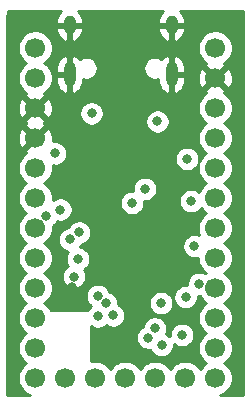
<source format=gbr>
G04 #@! TF.GenerationSoftware,KiCad,Pcbnew,5.1.5+dfsg1-2build2*
G04 #@! TF.CreationDate,2020-11-29T01:09:51-05:00*
G04 #@! TF.ProjectId,goldfish,676f6c64-6669-4736-982e-6b696361645f,rev?*
G04 #@! TF.SameCoordinates,Original*
G04 #@! TF.FileFunction,Copper,L3,Inr*
G04 #@! TF.FilePolarity,Positive*
%FSLAX46Y46*%
G04 Gerber Fmt 4.6, Leading zero omitted, Abs format (unit mm)*
G04 Created by KiCad (PCBNEW 5.1.5+dfsg1-2build2) date 2020-11-29 01:09:51*
%MOMM*%
%LPD*%
G04 APERTURE LIST*
%ADD10C,1.700000*%
%ADD11O,1.000000X2.100000*%
%ADD12O,1.000000X1.600000*%
%ADD13C,0.800000*%
%ADD14C,0.254000*%
G04 APERTURE END LIST*
D10*
X37620000Y-55240000D03*
X37620000Y-52700000D03*
X37620000Y-50160000D03*
X37620000Y-47620000D03*
X37620000Y-45080000D03*
X37620000Y-42540000D03*
X37620000Y-40000000D03*
X37620000Y-37460000D03*
X37620000Y-34920000D03*
X37620000Y-32380000D03*
X37620000Y-29840000D03*
X37620000Y-27300000D03*
D11*
X33920000Y-29540000D03*
X25280000Y-29540000D03*
D12*
X33920000Y-25360000D03*
X25280000Y-25360000D03*
D10*
X22380000Y-27300000D03*
X22380000Y-29840000D03*
X22380000Y-32380000D03*
X22380000Y-34920000D03*
X22380000Y-37460000D03*
X22380000Y-40000000D03*
X22380000Y-42540000D03*
X22380000Y-45080000D03*
X22380000Y-47620000D03*
X22380000Y-50160000D03*
X22380000Y-52700000D03*
X22380000Y-55240000D03*
X24920000Y-55250000D03*
X27460000Y-55250000D03*
X30000000Y-55250000D03*
X32540000Y-55250000D03*
X35080000Y-55250000D03*
D13*
X31550000Y-43140000D03*
X29780000Y-43120000D03*
X32580000Y-44110000D03*
X33490000Y-45010000D03*
X30540000Y-42460000D03*
X30880000Y-46020000D03*
X29840000Y-45150000D03*
X28850000Y-44120000D03*
X28030000Y-45040000D03*
X28850000Y-45910000D03*
X29750000Y-46880000D03*
X30670000Y-47750000D03*
X30730000Y-44130000D03*
X31620000Y-44980000D03*
X32530000Y-45940000D03*
X31580000Y-46840000D03*
X31050000Y-36591600D03*
X28500000Y-53230000D03*
X34410000Y-39130000D03*
X33620000Y-38360000D03*
X26070000Y-48030000D03*
X30920000Y-51070000D03*
X27510000Y-40100000D03*
X25500000Y-47570000D03*
X35856400Y-44078900D03*
X31660200Y-39230200D03*
X35230000Y-36680000D03*
X24060000Y-36220000D03*
X32504900Y-51033457D03*
X25647919Y-46654865D03*
X27150000Y-32828100D03*
X32709800Y-33523300D03*
X34822800Y-51586000D03*
X36262954Y-47274677D03*
X25310000Y-43510002D03*
X26001034Y-45165366D03*
X26094400Y-42916800D03*
X35566400Y-40267900D03*
X24500200Y-40981400D03*
X27681100Y-50020500D03*
X28974800Y-49948700D03*
X28386700Y-48918700D03*
X27688500Y-48279500D03*
X33036000Y-48901400D03*
X35110000Y-48390000D03*
X31929700Y-51828900D03*
X23318300Y-41511500D03*
X30577300Y-40402800D03*
X33075900Y-52463000D03*
D14*
G36*
X24406839Y-24323831D02*
G01*
X24279997Y-24508322D01*
X24191585Y-24714013D01*
X24145000Y-24933000D01*
X24145000Y-25233000D01*
X25153000Y-25233000D01*
X25153000Y-25213000D01*
X25407000Y-25213000D01*
X25407000Y-25233000D01*
X26415000Y-25233000D01*
X26415000Y-24933000D01*
X26368415Y-24714013D01*
X26280003Y-24508322D01*
X26153161Y-24323831D01*
X26000331Y-24175000D01*
X33199669Y-24175000D01*
X33046839Y-24323831D01*
X32919997Y-24508322D01*
X32831585Y-24714013D01*
X32785000Y-24933000D01*
X32785000Y-25233000D01*
X33793000Y-25233000D01*
X33793000Y-25213000D01*
X34047000Y-25213000D01*
X34047000Y-25233000D01*
X35055000Y-25233000D01*
X35055000Y-24933000D01*
X35008415Y-24714013D01*
X34920003Y-24508322D01*
X34793161Y-24323831D01*
X34640331Y-24175000D01*
X39985000Y-24175000D01*
X39985001Y-56665000D01*
X38060237Y-56665000D01*
X38323411Y-56555990D01*
X38566632Y-56393475D01*
X38773475Y-56186632D01*
X38935990Y-55943411D01*
X39047932Y-55673158D01*
X39105000Y-55386260D01*
X39105000Y-55093740D01*
X39047932Y-54806842D01*
X38935990Y-54536589D01*
X38773475Y-54293368D01*
X38566632Y-54086525D01*
X38392240Y-53970000D01*
X38566632Y-53853475D01*
X38773475Y-53646632D01*
X38935990Y-53403411D01*
X39047932Y-53133158D01*
X39105000Y-52846260D01*
X39105000Y-52553740D01*
X39047932Y-52266842D01*
X38935990Y-51996589D01*
X38773475Y-51753368D01*
X38566632Y-51546525D01*
X38392240Y-51430000D01*
X38566632Y-51313475D01*
X38773475Y-51106632D01*
X38935990Y-50863411D01*
X39047932Y-50593158D01*
X39105000Y-50306260D01*
X39105000Y-50013740D01*
X39047932Y-49726842D01*
X38935990Y-49456589D01*
X38773475Y-49213368D01*
X38566632Y-49006525D01*
X38392240Y-48890000D01*
X38566632Y-48773475D01*
X38773475Y-48566632D01*
X38935990Y-48323411D01*
X39047932Y-48053158D01*
X39105000Y-47766260D01*
X39105000Y-47473740D01*
X39047932Y-47186842D01*
X38935990Y-46916589D01*
X38773475Y-46673368D01*
X38566632Y-46466525D01*
X38392240Y-46350000D01*
X38566632Y-46233475D01*
X38773475Y-46026632D01*
X38935990Y-45783411D01*
X39047932Y-45513158D01*
X39105000Y-45226260D01*
X39105000Y-44933740D01*
X39047932Y-44646842D01*
X38935990Y-44376589D01*
X38773475Y-44133368D01*
X38566632Y-43926525D01*
X38392240Y-43810000D01*
X38566632Y-43693475D01*
X38773475Y-43486632D01*
X38935990Y-43243411D01*
X39047932Y-42973158D01*
X39105000Y-42686260D01*
X39105000Y-42393740D01*
X39047932Y-42106842D01*
X38935990Y-41836589D01*
X38773475Y-41593368D01*
X38566632Y-41386525D01*
X38392240Y-41270000D01*
X38566632Y-41153475D01*
X38773475Y-40946632D01*
X38935990Y-40703411D01*
X39047932Y-40433158D01*
X39105000Y-40146260D01*
X39105000Y-39853740D01*
X39047932Y-39566842D01*
X38935990Y-39296589D01*
X38773475Y-39053368D01*
X38566632Y-38846525D01*
X38392240Y-38730000D01*
X38566632Y-38613475D01*
X38773475Y-38406632D01*
X38935990Y-38163411D01*
X39047932Y-37893158D01*
X39105000Y-37606260D01*
X39105000Y-37313740D01*
X39047932Y-37026842D01*
X38935990Y-36756589D01*
X38773475Y-36513368D01*
X38566632Y-36306525D01*
X38392240Y-36190000D01*
X38566632Y-36073475D01*
X38773475Y-35866632D01*
X38935990Y-35623411D01*
X39047932Y-35353158D01*
X39105000Y-35066260D01*
X39105000Y-34773740D01*
X39047932Y-34486842D01*
X38935990Y-34216589D01*
X38773475Y-33973368D01*
X38566632Y-33766525D01*
X38392240Y-33650000D01*
X38566632Y-33533475D01*
X38773475Y-33326632D01*
X38935990Y-33083411D01*
X39047932Y-32813158D01*
X39105000Y-32526260D01*
X39105000Y-32233740D01*
X39047932Y-31946842D01*
X38935990Y-31676589D01*
X38773475Y-31433368D01*
X38566632Y-31226525D01*
X38393271Y-31110689D01*
X38468792Y-30868397D01*
X37620000Y-30019605D01*
X36771208Y-30868397D01*
X36846729Y-31110689D01*
X36673368Y-31226525D01*
X36466525Y-31433368D01*
X36304010Y-31676589D01*
X36192068Y-31946842D01*
X36135000Y-32233740D01*
X36135000Y-32526260D01*
X36192068Y-32813158D01*
X36304010Y-33083411D01*
X36466525Y-33326632D01*
X36673368Y-33533475D01*
X36847760Y-33650000D01*
X36673368Y-33766525D01*
X36466525Y-33973368D01*
X36304010Y-34216589D01*
X36192068Y-34486842D01*
X36135000Y-34773740D01*
X36135000Y-35066260D01*
X36192068Y-35353158D01*
X36304010Y-35623411D01*
X36466525Y-35866632D01*
X36673368Y-36073475D01*
X36847760Y-36190000D01*
X36673368Y-36306525D01*
X36466525Y-36513368D01*
X36304010Y-36756589D01*
X36238661Y-36914357D01*
X36265000Y-36781939D01*
X36265000Y-36578061D01*
X36225226Y-36378102D01*
X36147205Y-36189744D01*
X36033937Y-36020226D01*
X35889774Y-35876063D01*
X35720256Y-35762795D01*
X35531898Y-35684774D01*
X35331939Y-35645000D01*
X35128061Y-35645000D01*
X34928102Y-35684774D01*
X34739744Y-35762795D01*
X34570226Y-35876063D01*
X34426063Y-36020226D01*
X34312795Y-36189744D01*
X34234774Y-36378102D01*
X34195000Y-36578061D01*
X34195000Y-36781939D01*
X34234774Y-36981898D01*
X34312795Y-37170256D01*
X34426063Y-37339774D01*
X34570226Y-37483937D01*
X34739744Y-37597205D01*
X34928102Y-37675226D01*
X35128061Y-37715000D01*
X35331939Y-37715000D01*
X35531898Y-37675226D01*
X35720256Y-37597205D01*
X35889774Y-37483937D01*
X36033937Y-37339774D01*
X36147205Y-37170256D01*
X36178633Y-37094382D01*
X36135000Y-37313740D01*
X36135000Y-37606260D01*
X36192068Y-37893158D01*
X36304010Y-38163411D01*
X36466525Y-38406632D01*
X36673368Y-38613475D01*
X36847760Y-38730000D01*
X36673368Y-38846525D01*
X36466525Y-39053368D01*
X36304010Y-39296589D01*
X36232190Y-39469979D01*
X36226174Y-39463963D01*
X36056656Y-39350695D01*
X35868298Y-39272674D01*
X35668339Y-39232900D01*
X35464461Y-39232900D01*
X35264502Y-39272674D01*
X35076144Y-39350695D01*
X34906626Y-39463963D01*
X34762463Y-39608126D01*
X34649195Y-39777644D01*
X34571174Y-39966002D01*
X34531400Y-40165961D01*
X34531400Y-40369839D01*
X34571174Y-40569798D01*
X34649195Y-40758156D01*
X34762463Y-40927674D01*
X34906626Y-41071837D01*
X35076144Y-41185105D01*
X35264502Y-41263126D01*
X35464461Y-41302900D01*
X35668339Y-41302900D01*
X35868298Y-41263126D01*
X36056656Y-41185105D01*
X36226174Y-41071837D01*
X36370337Y-40927674D01*
X36412097Y-40865175D01*
X36466525Y-40946632D01*
X36673368Y-41153475D01*
X36847760Y-41270000D01*
X36673368Y-41386525D01*
X36466525Y-41593368D01*
X36304010Y-41836589D01*
X36192068Y-42106842D01*
X36135000Y-42393740D01*
X36135000Y-42686260D01*
X36192068Y-42973158D01*
X36254320Y-43123448D01*
X36158298Y-43083674D01*
X35958339Y-43043900D01*
X35754461Y-43043900D01*
X35554502Y-43083674D01*
X35366144Y-43161695D01*
X35196626Y-43274963D01*
X35052463Y-43419126D01*
X34939195Y-43588644D01*
X34861174Y-43777002D01*
X34821400Y-43976961D01*
X34821400Y-44180839D01*
X34861174Y-44380798D01*
X34939195Y-44569156D01*
X35052463Y-44738674D01*
X35196626Y-44882837D01*
X35366144Y-44996105D01*
X35554502Y-45074126D01*
X35754461Y-45113900D01*
X35958339Y-45113900D01*
X36135000Y-45078760D01*
X36135000Y-45226260D01*
X36192068Y-45513158D01*
X36304010Y-45783411D01*
X36466525Y-46026632D01*
X36673368Y-46233475D01*
X36847760Y-46350000D01*
X36794894Y-46385324D01*
X36753210Y-46357472D01*
X36564852Y-46279451D01*
X36364893Y-46239677D01*
X36161015Y-46239677D01*
X35961056Y-46279451D01*
X35772698Y-46357472D01*
X35603180Y-46470740D01*
X35459017Y-46614903D01*
X35345749Y-46784421D01*
X35267728Y-46972779D01*
X35227954Y-47172738D01*
X35227954Y-47358186D01*
X35211939Y-47355000D01*
X35008061Y-47355000D01*
X34808102Y-47394774D01*
X34619744Y-47472795D01*
X34450226Y-47586063D01*
X34306063Y-47730226D01*
X34192795Y-47899744D01*
X34114774Y-48088102D01*
X34075000Y-48288061D01*
X34075000Y-48491939D01*
X34114774Y-48691898D01*
X34192795Y-48880256D01*
X34306063Y-49049774D01*
X34450226Y-49193937D01*
X34619744Y-49307205D01*
X34808102Y-49385226D01*
X35008061Y-49425000D01*
X35211939Y-49425000D01*
X35411898Y-49385226D01*
X35600256Y-49307205D01*
X35769774Y-49193937D01*
X35913937Y-49049774D01*
X36027205Y-48880256D01*
X36105226Y-48691898D01*
X36145000Y-48491939D01*
X36145000Y-48306491D01*
X36161015Y-48309677D01*
X36298321Y-48309677D01*
X36304010Y-48323411D01*
X36466525Y-48566632D01*
X36673368Y-48773475D01*
X36847760Y-48890000D01*
X36673368Y-49006525D01*
X36466525Y-49213368D01*
X36304010Y-49456589D01*
X36192068Y-49726842D01*
X36135000Y-50013740D01*
X36135000Y-50306260D01*
X36192068Y-50593158D01*
X36304010Y-50863411D01*
X36466525Y-51106632D01*
X36673368Y-51313475D01*
X36847760Y-51430000D01*
X36673368Y-51546525D01*
X36466525Y-51753368D01*
X36304010Y-51996589D01*
X36192068Y-52266842D01*
X36135000Y-52553740D01*
X36135000Y-52846260D01*
X36192068Y-53133158D01*
X36304010Y-53403411D01*
X36466525Y-53646632D01*
X36673368Y-53853475D01*
X36847760Y-53970000D01*
X36673368Y-54086525D01*
X36466525Y-54293368D01*
X36346659Y-54472760D01*
X36233475Y-54303368D01*
X36026632Y-54096525D01*
X35783411Y-53934010D01*
X35513158Y-53822068D01*
X35226260Y-53765000D01*
X34933740Y-53765000D01*
X34646842Y-53822068D01*
X34376589Y-53934010D01*
X34133368Y-54096525D01*
X33926525Y-54303368D01*
X33810000Y-54477760D01*
X33693475Y-54303368D01*
X33486632Y-54096525D01*
X33243411Y-53934010D01*
X32973158Y-53822068D01*
X32686260Y-53765000D01*
X32393740Y-53765000D01*
X32106842Y-53822068D01*
X31836589Y-53934010D01*
X31593368Y-54096525D01*
X31386525Y-54303368D01*
X31270000Y-54477760D01*
X31153475Y-54303368D01*
X30946632Y-54096525D01*
X30703411Y-53934010D01*
X30433158Y-53822068D01*
X30146260Y-53765000D01*
X29853740Y-53765000D01*
X29566842Y-53822068D01*
X29296589Y-53934010D01*
X29053368Y-54096525D01*
X28846525Y-54303368D01*
X28730000Y-54477760D01*
X28613475Y-54303368D01*
X28406632Y-54096525D01*
X28163411Y-53934010D01*
X27893158Y-53822068D01*
X27606260Y-53765000D01*
X27313740Y-53765000D01*
X27069304Y-53813622D01*
X27077333Y-53798601D01*
X27084560Y-53774776D01*
X27087000Y-53750000D01*
X27087000Y-51726961D01*
X30894700Y-51726961D01*
X30894700Y-51930839D01*
X30934474Y-52130798D01*
X31012495Y-52319156D01*
X31125763Y-52488674D01*
X31269926Y-52632837D01*
X31439444Y-52746105D01*
X31627802Y-52824126D01*
X31827761Y-52863900D01*
X32031639Y-52863900D01*
X32114828Y-52847353D01*
X32158695Y-52953256D01*
X32271963Y-53122774D01*
X32416126Y-53266937D01*
X32585644Y-53380205D01*
X32774002Y-53458226D01*
X32973961Y-53498000D01*
X33177839Y-53498000D01*
X33377798Y-53458226D01*
X33566156Y-53380205D01*
X33735674Y-53266937D01*
X33879837Y-53122774D01*
X33993105Y-52953256D01*
X34071126Y-52764898D01*
X34110900Y-52564939D01*
X34110900Y-52361061D01*
X34105127Y-52332038D01*
X34163026Y-52389937D01*
X34332544Y-52503205D01*
X34520902Y-52581226D01*
X34720861Y-52621000D01*
X34924739Y-52621000D01*
X35124698Y-52581226D01*
X35313056Y-52503205D01*
X35482574Y-52389937D01*
X35626737Y-52245774D01*
X35740005Y-52076256D01*
X35818026Y-51887898D01*
X35857800Y-51687939D01*
X35857800Y-51484061D01*
X35818026Y-51284102D01*
X35740005Y-51095744D01*
X35626737Y-50926226D01*
X35482574Y-50782063D01*
X35313056Y-50668795D01*
X35124698Y-50590774D01*
X34924739Y-50551000D01*
X34720861Y-50551000D01*
X34520902Y-50590774D01*
X34332544Y-50668795D01*
X34163026Y-50782063D01*
X34018863Y-50926226D01*
X33905595Y-51095744D01*
X33827574Y-51284102D01*
X33787800Y-51484061D01*
X33787800Y-51687939D01*
X33793573Y-51716962D01*
X33735674Y-51659063D01*
X33566156Y-51545795D01*
X33435394Y-51491631D01*
X33500126Y-51335355D01*
X33539900Y-51135396D01*
X33539900Y-50931518D01*
X33500126Y-50731559D01*
X33422105Y-50543201D01*
X33308837Y-50373683D01*
X33164674Y-50229520D01*
X32995156Y-50116252D01*
X32806798Y-50038231D01*
X32606839Y-49998457D01*
X32402961Y-49998457D01*
X32203002Y-50038231D01*
X32014644Y-50116252D01*
X31845126Y-50229520D01*
X31700963Y-50373683D01*
X31587695Y-50543201D01*
X31509674Y-50731559D01*
X31476932Y-50896167D01*
X31439444Y-50911695D01*
X31269926Y-51024963D01*
X31125763Y-51169126D01*
X31012495Y-51338644D01*
X30934474Y-51527002D01*
X30894700Y-51726961D01*
X27087000Y-51726961D01*
X27087000Y-50868319D01*
X27190844Y-50937705D01*
X27379202Y-51015726D01*
X27579161Y-51055500D01*
X27783039Y-51055500D01*
X27982998Y-51015726D01*
X28171356Y-50937705D01*
X28340874Y-50824437D01*
X28373562Y-50791749D01*
X28484544Y-50865905D01*
X28672902Y-50943926D01*
X28872861Y-50983700D01*
X29076739Y-50983700D01*
X29276698Y-50943926D01*
X29465056Y-50865905D01*
X29634574Y-50752637D01*
X29778737Y-50608474D01*
X29892005Y-50438956D01*
X29970026Y-50250598D01*
X30009800Y-50050639D01*
X30009800Y-49846761D01*
X29970026Y-49646802D01*
X29892005Y-49458444D01*
X29778737Y-49288926D01*
X29634574Y-49144763D01*
X29465056Y-49031495D01*
X29421700Y-49013536D01*
X29421700Y-48816761D01*
X29418259Y-48799461D01*
X32001000Y-48799461D01*
X32001000Y-49003339D01*
X32040774Y-49203298D01*
X32118795Y-49391656D01*
X32232063Y-49561174D01*
X32376226Y-49705337D01*
X32545744Y-49818605D01*
X32734102Y-49896626D01*
X32934061Y-49936400D01*
X33137939Y-49936400D01*
X33337898Y-49896626D01*
X33526256Y-49818605D01*
X33695774Y-49705337D01*
X33839937Y-49561174D01*
X33953205Y-49391656D01*
X34031226Y-49203298D01*
X34071000Y-49003339D01*
X34071000Y-48799461D01*
X34031226Y-48599502D01*
X33953205Y-48411144D01*
X33839937Y-48241626D01*
X33695774Y-48097463D01*
X33526256Y-47984195D01*
X33337898Y-47906174D01*
X33137939Y-47866400D01*
X32934061Y-47866400D01*
X32734102Y-47906174D01*
X32545744Y-47984195D01*
X32376226Y-48097463D01*
X32232063Y-48241626D01*
X32118795Y-48411144D01*
X32040774Y-48599502D01*
X32001000Y-48799461D01*
X29418259Y-48799461D01*
X29381926Y-48616802D01*
X29303905Y-48428444D01*
X29190637Y-48258926D01*
X29046474Y-48114763D01*
X28876956Y-48001495D01*
X28688598Y-47923474D01*
X28658855Y-47917558D01*
X28605705Y-47789244D01*
X28492437Y-47619726D01*
X28348274Y-47475563D01*
X28178756Y-47362295D01*
X27990398Y-47284274D01*
X27790439Y-47244500D01*
X27586561Y-47244500D01*
X27386602Y-47284274D01*
X27198244Y-47362295D01*
X27028726Y-47475563D01*
X26884563Y-47619726D01*
X26771295Y-47789244D01*
X26693274Y-47977602D01*
X26653500Y-48177561D01*
X26653500Y-48381439D01*
X26693274Y-48581398D01*
X26771295Y-48769756D01*
X26884563Y-48939274D01*
X27028726Y-49083437D01*
X27124645Y-49147528D01*
X27021326Y-49216563D01*
X26877163Y-49360726D01*
X26775417Y-49513000D01*
X23719356Y-49513000D01*
X23695990Y-49456589D01*
X23533475Y-49213368D01*
X23326632Y-49006525D01*
X23152240Y-48890000D01*
X23326632Y-48773475D01*
X23533475Y-48566632D01*
X23695990Y-48323411D01*
X23807932Y-48053158D01*
X23865000Y-47766260D01*
X23865000Y-47473740D01*
X23807932Y-47186842D01*
X23695990Y-46916589D01*
X23533475Y-46673368D01*
X23326632Y-46466525D01*
X23152240Y-46350000D01*
X23326632Y-46233475D01*
X23533475Y-46026632D01*
X23695990Y-45783411D01*
X23807932Y-45513158D01*
X23865000Y-45226260D01*
X23865000Y-44933740D01*
X23807932Y-44646842D01*
X23695990Y-44376589D01*
X23533475Y-44133368D01*
X23326632Y-43926525D01*
X23152240Y-43810000D01*
X23326632Y-43693475D01*
X23533475Y-43486632D01*
X23585973Y-43408063D01*
X24275000Y-43408063D01*
X24275000Y-43611941D01*
X24314774Y-43811900D01*
X24392795Y-44000258D01*
X24506063Y-44169776D01*
X24650226Y-44313939D01*
X24819744Y-44427207D01*
X25008102Y-44505228D01*
X25175140Y-44538454D01*
X25083829Y-44675110D01*
X25005808Y-44863468D01*
X24966034Y-45063427D01*
X24966034Y-45267305D01*
X25005808Y-45467264D01*
X25083829Y-45655622D01*
X25144515Y-45746445D01*
X24988145Y-45850928D01*
X24843982Y-45995091D01*
X24730714Y-46164609D01*
X24652693Y-46352967D01*
X24612919Y-46552926D01*
X24612919Y-46756804D01*
X24652693Y-46956763D01*
X24730714Y-47145121D01*
X24843982Y-47314639D01*
X24988145Y-47458802D01*
X25157663Y-47572070D01*
X25346021Y-47650091D01*
X25545980Y-47689865D01*
X25749858Y-47689865D01*
X25949817Y-47650091D01*
X26138175Y-47572070D01*
X26307693Y-47458802D01*
X26451856Y-47314639D01*
X26565124Y-47145121D01*
X26643145Y-46956763D01*
X26682919Y-46756804D01*
X26682919Y-46552926D01*
X26643145Y-46352967D01*
X26565124Y-46164609D01*
X26504438Y-46073786D01*
X26660808Y-45969303D01*
X26804971Y-45825140D01*
X26918239Y-45655622D01*
X26996260Y-45467264D01*
X27036034Y-45267305D01*
X27036034Y-45063427D01*
X26996260Y-44863468D01*
X26918239Y-44675110D01*
X26804971Y-44505592D01*
X26660808Y-44361429D01*
X26491290Y-44248161D01*
X26302932Y-44170140D01*
X26135894Y-44136914D01*
X26227205Y-44000258D01*
X26251851Y-43940758D01*
X26396298Y-43912026D01*
X26584656Y-43834005D01*
X26754174Y-43720737D01*
X26898337Y-43576574D01*
X27011605Y-43407056D01*
X27089626Y-43218698D01*
X27129400Y-43018739D01*
X27129400Y-42814861D01*
X27089626Y-42614902D01*
X27011605Y-42426544D01*
X26898337Y-42257026D01*
X26754174Y-42112863D01*
X26584656Y-41999595D01*
X26396298Y-41921574D01*
X26196339Y-41881800D01*
X25992461Y-41881800D01*
X25792502Y-41921574D01*
X25604144Y-41999595D01*
X25434626Y-42112863D01*
X25290463Y-42257026D01*
X25177195Y-42426544D01*
X25152549Y-42486044D01*
X25008102Y-42514776D01*
X24819744Y-42592797D01*
X24650226Y-42706065D01*
X24506063Y-42850228D01*
X24392795Y-43019746D01*
X24314774Y-43208104D01*
X24275000Y-43408063D01*
X23585973Y-43408063D01*
X23695990Y-43243411D01*
X23807932Y-42973158D01*
X23865000Y-42686260D01*
X23865000Y-42393740D01*
X23864517Y-42391313D01*
X23978074Y-42315437D01*
X24122237Y-42171274D01*
X24235505Y-42001756D01*
X24242290Y-41985376D01*
X24398261Y-42016400D01*
X24602139Y-42016400D01*
X24802098Y-41976626D01*
X24990456Y-41898605D01*
X25159974Y-41785337D01*
X25304137Y-41641174D01*
X25417405Y-41471656D01*
X25495426Y-41283298D01*
X25535200Y-41083339D01*
X25535200Y-40879461D01*
X25495426Y-40679502D01*
X25417405Y-40491144D01*
X25304137Y-40321626D01*
X25283372Y-40300861D01*
X29542300Y-40300861D01*
X29542300Y-40504739D01*
X29582074Y-40704698D01*
X29660095Y-40893056D01*
X29773363Y-41062574D01*
X29917526Y-41206737D01*
X30087044Y-41320005D01*
X30275402Y-41398026D01*
X30475361Y-41437800D01*
X30679239Y-41437800D01*
X30879198Y-41398026D01*
X31067556Y-41320005D01*
X31237074Y-41206737D01*
X31381237Y-41062574D01*
X31494505Y-40893056D01*
X31572526Y-40704698D01*
X31612300Y-40504739D01*
X31612300Y-40300861D01*
X31605207Y-40265200D01*
X31762139Y-40265200D01*
X31962098Y-40225426D01*
X32150456Y-40147405D01*
X32319974Y-40034137D01*
X32464137Y-39889974D01*
X32577405Y-39720456D01*
X32655426Y-39532098D01*
X32695200Y-39332139D01*
X32695200Y-39128261D01*
X32655426Y-38928302D01*
X32577405Y-38739944D01*
X32464137Y-38570426D01*
X32319974Y-38426263D01*
X32150456Y-38312995D01*
X31962098Y-38234974D01*
X31762139Y-38195200D01*
X31558261Y-38195200D01*
X31358302Y-38234974D01*
X31169944Y-38312995D01*
X31000426Y-38426263D01*
X30856263Y-38570426D01*
X30742995Y-38739944D01*
X30664974Y-38928302D01*
X30625200Y-39128261D01*
X30625200Y-39332139D01*
X30632293Y-39367800D01*
X30475361Y-39367800D01*
X30275402Y-39407574D01*
X30087044Y-39485595D01*
X29917526Y-39598863D01*
X29773363Y-39743026D01*
X29660095Y-39912544D01*
X29582074Y-40100902D01*
X29542300Y-40300861D01*
X25283372Y-40300861D01*
X25159974Y-40177463D01*
X24990456Y-40064195D01*
X24802098Y-39986174D01*
X24602139Y-39946400D01*
X24398261Y-39946400D01*
X24198302Y-39986174D01*
X24009944Y-40064195D01*
X23861609Y-40163309D01*
X23865000Y-40146260D01*
X23865000Y-39853740D01*
X23807932Y-39566842D01*
X23695990Y-39296589D01*
X23533475Y-39053368D01*
X23326632Y-38846525D01*
X23152240Y-38730000D01*
X23326632Y-38613475D01*
X23533475Y-38406632D01*
X23695990Y-38163411D01*
X23807932Y-37893158D01*
X23865000Y-37606260D01*
X23865000Y-37313740D01*
X23849001Y-37233307D01*
X23958061Y-37255000D01*
X24161939Y-37255000D01*
X24361898Y-37215226D01*
X24550256Y-37137205D01*
X24719774Y-37023937D01*
X24863937Y-36879774D01*
X24977205Y-36710256D01*
X25055226Y-36521898D01*
X25095000Y-36321939D01*
X25095000Y-36118061D01*
X25055226Y-35918102D01*
X24977205Y-35729744D01*
X24863937Y-35560226D01*
X24719774Y-35416063D01*
X24550256Y-35302795D01*
X24361898Y-35224774D01*
X24161939Y-35185000D01*
X23958061Y-35185000D01*
X23838807Y-35208721D01*
X23855339Y-35143589D01*
X23870611Y-34851469D01*
X23828599Y-34561981D01*
X23730919Y-34286253D01*
X23657472Y-34148843D01*
X23408397Y-34071208D01*
X22559605Y-34920000D01*
X22573748Y-34934143D01*
X22394143Y-35113748D01*
X22380000Y-35099605D01*
X21531208Y-35948397D01*
X21606729Y-36190689D01*
X21433368Y-36306525D01*
X21226525Y-36513368D01*
X21064010Y-36756589D01*
X20952068Y-37026842D01*
X20895000Y-37313740D01*
X20895000Y-37606260D01*
X20952068Y-37893158D01*
X21064010Y-38163411D01*
X21226525Y-38406632D01*
X21433368Y-38613475D01*
X21607760Y-38730000D01*
X21433368Y-38846525D01*
X21226525Y-39053368D01*
X21064010Y-39296589D01*
X20952068Y-39566842D01*
X20895000Y-39853740D01*
X20895000Y-40146260D01*
X20952068Y-40433158D01*
X21064010Y-40703411D01*
X21226525Y-40946632D01*
X21433368Y-41153475D01*
X21607760Y-41270000D01*
X21433368Y-41386525D01*
X21226525Y-41593368D01*
X21064010Y-41836589D01*
X20952068Y-42106842D01*
X20895000Y-42393740D01*
X20895000Y-42686260D01*
X20952068Y-42973158D01*
X21064010Y-43243411D01*
X21226525Y-43486632D01*
X21433368Y-43693475D01*
X21607760Y-43810000D01*
X21433368Y-43926525D01*
X21226525Y-44133368D01*
X21064010Y-44376589D01*
X20952068Y-44646842D01*
X20895000Y-44933740D01*
X20895000Y-45226260D01*
X20952068Y-45513158D01*
X21064010Y-45783411D01*
X21226525Y-46026632D01*
X21433368Y-46233475D01*
X21607760Y-46350000D01*
X21433368Y-46466525D01*
X21226525Y-46673368D01*
X21064010Y-46916589D01*
X20952068Y-47186842D01*
X20895000Y-47473740D01*
X20895000Y-47766260D01*
X20952068Y-48053158D01*
X21064010Y-48323411D01*
X21226525Y-48566632D01*
X21433368Y-48773475D01*
X21607760Y-48890000D01*
X21433368Y-49006525D01*
X21226525Y-49213368D01*
X21064010Y-49456589D01*
X20952068Y-49726842D01*
X20895000Y-50013740D01*
X20895000Y-50306260D01*
X20952068Y-50593158D01*
X21064010Y-50863411D01*
X21226525Y-51106632D01*
X21433368Y-51313475D01*
X21607760Y-51430000D01*
X21433368Y-51546525D01*
X21226525Y-51753368D01*
X21064010Y-51996589D01*
X20952068Y-52266842D01*
X20895000Y-52553740D01*
X20895000Y-52846260D01*
X20952068Y-53133158D01*
X21064010Y-53403411D01*
X21226525Y-53646632D01*
X21433368Y-53853475D01*
X21607760Y-53970000D01*
X21433368Y-54086525D01*
X21226525Y-54293368D01*
X21064010Y-54536589D01*
X20952068Y-54806842D01*
X20895000Y-55093740D01*
X20895000Y-55386260D01*
X20952068Y-55673158D01*
X21064010Y-55943411D01*
X21226525Y-56186632D01*
X21433368Y-56393475D01*
X21676589Y-56555990D01*
X21939763Y-56665000D01*
X20025000Y-56665000D01*
X20025000Y-34988531D01*
X20889389Y-34988531D01*
X20931401Y-35278019D01*
X21029081Y-35553747D01*
X21102528Y-35691157D01*
X21351603Y-35768792D01*
X22200395Y-34920000D01*
X21351603Y-34071208D01*
X21102528Y-34148843D01*
X20976629Y-34412883D01*
X20904661Y-34696411D01*
X20889389Y-34988531D01*
X20025000Y-34988531D01*
X20025000Y-33408397D01*
X21531208Y-33408397D01*
X21606514Y-33650000D01*
X21531208Y-33891603D01*
X22380000Y-34740395D01*
X23228792Y-33891603D01*
X23153486Y-33650000D01*
X23228792Y-33408397D01*
X22380000Y-32559605D01*
X21531208Y-33408397D01*
X20025000Y-33408397D01*
X20025000Y-32448531D01*
X20889389Y-32448531D01*
X20931401Y-32738019D01*
X21029081Y-33013747D01*
X21102528Y-33151157D01*
X21351603Y-33228792D01*
X22200395Y-32380000D01*
X22559605Y-32380000D01*
X23408397Y-33228792D01*
X23657472Y-33151157D01*
X23783371Y-32887117D01*
X23824226Y-32726161D01*
X26115000Y-32726161D01*
X26115000Y-32930039D01*
X26154774Y-33129998D01*
X26232795Y-33318356D01*
X26346063Y-33487874D01*
X26490226Y-33632037D01*
X26659744Y-33745305D01*
X26848102Y-33823326D01*
X27048061Y-33863100D01*
X27251939Y-33863100D01*
X27451898Y-33823326D01*
X27640256Y-33745305D01*
X27809774Y-33632037D01*
X27953937Y-33487874D01*
X27998379Y-33421361D01*
X31674800Y-33421361D01*
X31674800Y-33625239D01*
X31714574Y-33825198D01*
X31792595Y-34013556D01*
X31905863Y-34183074D01*
X32050026Y-34327237D01*
X32219544Y-34440505D01*
X32407902Y-34518526D01*
X32607861Y-34558300D01*
X32811739Y-34558300D01*
X33011698Y-34518526D01*
X33200056Y-34440505D01*
X33369574Y-34327237D01*
X33513737Y-34183074D01*
X33627005Y-34013556D01*
X33705026Y-33825198D01*
X33744800Y-33625239D01*
X33744800Y-33421361D01*
X33705026Y-33221402D01*
X33627005Y-33033044D01*
X33513737Y-32863526D01*
X33369574Y-32719363D01*
X33200056Y-32606095D01*
X33011698Y-32528074D01*
X32811739Y-32488300D01*
X32607861Y-32488300D01*
X32407902Y-32528074D01*
X32219544Y-32606095D01*
X32050026Y-32719363D01*
X31905863Y-32863526D01*
X31792595Y-33033044D01*
X31714574Y-33221402D01*
X31674800Y-33421361D01*
X27998379Y-33421361D01*
X28067205Y-33318356D01*
X28145226Y-33129998D01*
X28185000Y-32930039D01*
X28185000Y-32726161D01*
X28145226Y-32526202D01*
X28067205Y-32337844D01*
X27953937Y-32168326D01*
X27809774Y-32024163D01*
X27640256Y-31910895D01*
X27451898Y-31832874D01*
X27251939Y-31793100D01*
X27048061Y-31793100D01*
X26848102Y-31832874D01*
X26659744Y-31910895D01*
X26490226Y-32024163D01*
X26346063Y-32168326D01*
X26232795Y-32337844D01*
X26154774Y-32526202D01*
X26115000Y-32726161D01*
X23824226Y-32726161D01*
X23855339Y-32603589D01*
X23870611Y-32311469D01*
X23828599Y-32021981D01*
X23730919Y-31746253D01*
X23657472Y-31608843D01*
X23408397Y-31531208D01*
X22559605Y-32380000D01*
X22200395Y-32380000D01*
X21351603Y-31531208D01*
X21102528Y-31608843D01*
X20976629Y-31872883D01*
X20904661Y-32156411D01*
X20889389Y-32448531D01*
X20025000Y-32448531D01*
X20025000Y-27153740D01*
X20895000Y-27153740D01*
X20895000Y-27446260D01*
X20952068Y-27733158D01*
X21064010Y-28003411D01*
X21226525Y-28246632D01*
X21433368Y-28453475D01*
X21607760Y-28570000D01*
X21433368Y-28686525D01*
X21226525Y-28893368D01*
X21064010Y-29136589D01*
X20952068Y-29406842D01*
X20895000Y-29693740D01*
X20895000Y-29986260D01*
X20952068Y-30273158D01*
X21064010Y-30543411D01*
X21226525Y-30786632D01*
X21433368Y-30993475D01*
X21606729Y-31109311D01*
X21531208Y-31351603D01*
X22380000Y-32200395D01*
X23228792Y-31351603D01*
X23153271Y-31109311D01*
X23326632Y-30993475D01*
X23533475Y-30786632D01*
X23695990Y-30543411D01*
X23807932Y-30273158D01*
X23865000Y-29986260D01*
X23865000Y-29693740D01*
X23859682Y-29667000D01*
X24145000Y-29667000D01*
X24145000Y-30217000D01*
X24191585Y-30435987D01*
X24279997Y-30641678D01*
X24406839Y-30826169D01*
X24567236Y-30982369D01*
X24755024Y-31104276D01*
X24978126Y-31184119D01*
X25153000Y-31057954D01*
X25153000Y-29667000D01*
X24145000Y-29667000D01*
X23859682Y-29667000D01*
X23807932Y-29406842D01*
X23695990Y-29136589D01*
X23533475Y-28893368D01*
X23503107Y-28863000D01*
X24145000Y-28863000D01*
X24145000Y-29413000D01*
X25153000Y-29413000D01*
X25153000Y-28022046D01*
X25407000Y-28022046D01*
X25407000Y-29413000D01*
X25427000Y-29413000D01*
X25427000Y-29667000D01*
X25407000Y-29667000D01*
X25407000Y-31057954D01*
X25581874Y-31184119D01*
X25804976Y-31104276D01*
X25992764Y-30982369D01*
X26153161Y-30826169D01*
X26280003Y-30641678D01*
X26368415Y-30435987D01*
X26415000Y-30217000D01*
X26415000Y-29926904D01*
X26429978Y-29933108D01*
X26615448Y-29970000D01*
X26804552Y-29970000D01*
X26990022Y-29933108D01*
X27164731Y-29860741D01*
X27321964Y-29755681D01*
X27455681Y-29621964D01*
X27560741Y-29464731D01*
X27633108Y-29290022D01*
X27670000Y-29104552D01*
X27670000Y-28915448D01*
X31530000Y-28915448D01*
X31530000Y-29104552D01*
X31566892Y-29290022D01*
X31639259Y-29464731D01*
X31744319Y-29621964D01*
X31878036Y-29755681D01*
X32035269Y-29860741D01*
X32209978Y-29933108D01*
X32395448Y-29970000D01*
X32584552Y-29970000D01*
X32770022Y-29933108D01*
X32785000Y-29926904D01*
X32785000Y-30217000D01*
X32831585Y-30435987D01*
X32919997Y-30641678D01*
X33046839Y-30826169D01*
X33207236Y-30982369D01*
X33395024Y-31104276D01*
X33618126Y-31184119D01*
X33793000Y-31057954D01*
X33793000Y-29667000D01*
X34047000Y-29667000D01*
X34047000Y-31057954D01*
X34221874Y-31184119D01*
X34444976Y-31104276D01*
X34632764Y-30982369D01*
X34793161Y-30826169D01*
X34920003Y-30641678D01*
X35008415Y-30435987D01*
X35055000Y-30217000D01*
X35055000Y-29908531D01*
X36129389Y-29908531D01*
X36171401Y-30198019D01*
X36269081Y-30473747D01*
X36342528Y-30611157D01*
X36591603Y-30688792D01*
X37440395Y-29840000D01*
X37799605Y-29840000D01*
X38648397Y-30688792D01*
X38897472Y-30611157D01*
X39023371Y-30347117D01*
X39095339Y-30063589D01*
X39110611Y-29771469D01*
X39068599Y-29481981D01*
X38970919Y-29206253D01*
X38897472Y-29068843D01*
X38648397Y-28991208D01*
X37799605Y-29840000D01*
X37440395Y-29840000D01*
X36591603Y-28991208D01*
X36342528Y-29068843D01*
X36216629Y-29332883D01*
X36144661Y-29616411D01*
X36129389Y-29908531D01*
X35055000Y-29908531D01*
X35055000Y-29667000D01*
X34047000Y-29667000D01*
X33793000Y-29667000D01*
X33773000Y-29667000D01*
X33773000Y-29413000D01*
X33793000Y-29413000D01*
X33793000Y-28022046D01*
X34047000Y-28022046D01*
X34047000Y-29413000D01*
X35055000Y-29413000D01*
X35055000Y-28863000D01*
X35008415Y-28644013D01*
X34920003Y-28438322D01*
X34793161Y-28253831D01*
X34632764Y-28097631D01*
X34444976Y-27975724D01*
X34221874Y-27895881D01*
X34047000Y-28022046D01*
X33793000Y-28022046D01*
X33618126Y-27895881D01*
X33395024Y-27975724D01*
X33207236Y-28097631D01*
X33062884Y-28238206D01*
X32944731Y-28159259D01*
X32770022Y-28086892D01*
X32584552Y-28050000D01*
X32395448Y-28050000D01*
X32209978Y-28086892D01*
X32035269Y-28159259D01*
X31878036Y-28264319D01*
X31744319Y-28398036D01*
X31639259Y-28555269D01*
X31566892Y-28729978D01*
X31530000Y-28915448D01*
X27670000Y-28915448D01*
X27633108Y-28729978D01*
X27560741Y-28555269D01*
X27455681Y-28398036D01*
X27321964Y-28264319D01*
X27164731Y-28159259D01*
X26990022Y-28086892D01*
X26804552Y-28050000D01*
X26615448Y-28050000D01*
X26429978Y-28086892D01*
X26255269Y-28159259D01*
X26137116Y-28238206D01*
X25992764Y-28097631D01*
X25804976Y-27975724D01*
X25581874Y-27895881D01*
X25407000Y-28022046D01*
X25153000Y-28022046D01*
X24978126Y-27895881D01*
X24755024Y-27975724D01*
X24567236Y-28097631D01*
X24406839Y-28253831D01*
X24279997Y-28438322D01*
X24191585Y-28644013D01*
X24145000Y-28863000D01*
X23503107Y-28863000D01*
X23326632Y-28686525D01*
X23152240Y-28570000D01*
X23326632Y-28453475D01*
X23533475Y-28246632D01*
X23695990Y-28003411D01*
X23807932Y-27733158D01*
X23865000Y-27446260D01*
X23865000Y-27153740D01*
X36135000Y-27153740D01*
X36135000Y-27446260D01*
X36192068Y-27733158D01*
X36304010Y-28003411D01*
X36466525Y-28246632D01*
X36673368Y-28453475D01*
X36846729Y-28569311D01*
X36771208Y-28811603D01*
X37620000Y-29660395D01*
X38468792Y-28811603D01*
X38393271Y-28569311D01*
X38566632Y-28453475D01*
X38773475Y-28246632D01*
X38935990Y-28003411D01*
X39047932Y-27733158D01*
X39105000Y-27446260D01*
X39105000Y-27153740D01*
X39047932Y-26866842D01*
X38935990Y-26596589D01*
X38773475Y-26353368D01*
X38566632Y-26146525D01*
X38323411Y-25984010D01*
X38053158Y-25872068D01*
X37766260Y-25815000D01*
X37473740Y-25815000D01*
X37186842Y-25872068D01*
X36916589Y-25984010D01*
X36673368Y-26146525D01*
X36466525Y-26353368D01*
X36304010Y-26596589D01*
X36192068Y-26866842D01*
X36135000Y-27153740D01*
X23865000Y-27153740D01*
X23807932Y-26866842D01*
X23695990Y-26596589D01*
X23533475Y-26353368D01*
X23326632Y-26146525D01*
X23083411Y-25984010D01*
X22813158Y-25872068D01*
X22526260Y-25815000D01*
X22233740Y-25815000D01*
X21946842Y-25872068D01*
X21676589Y-25984010D01*
X21433368Y-26146525D01*
X21226525Y-26353368D01*
X21064010Y-26596589D01*
X20952068Y-26866842D01*
X20895000Y-27153740D01*
X20025000Y-27153740D01*
X20025000Y-25487000D01*
X24145000Y-25487000D01*
X24145000Y-25787000D01*
X24191585Y-26005987D01*
X24279997Y-26211678D01*
X24406839Y-26396169D01*
X24567236Y-26552369D01*
X24755024Y-26674276D01*
X24978126Y-26754119D01*
X25153000Y-26627954D01*
X25153000Y-25487000D01*
X25407000Y-25487000D01*
X25407000Y-26627954D01*
X25581874Y-26754119D01*
X25804976Y-26674276D01*
X25992764Y-26552369D01*
X26153161Y-26396169D01*
X26280003Y-26211678D01*
X26368415Y-26005987D01*
X26415000Y-25787000D01*
X26415000Y-25487000D01*
X32785000Y-25487000D01*
X32785000Y-25787000D01*
X32831585Y-26005987D01*
X32919997Y-26211678D01*
X33046839Y-26396169D01*
X33207236Y-26552369D01*
X33395024Y-26674276D01*
X33618126Y-26754119D01*
X33793000Y-26627954D01*
X33793000Y-25487000D01*
X34047000Y-25487000D01*
X34047000Y-26627954D01*
X34221874Y-26754119D01*
X34444976Y-26674276D01*
X34632764Y-26552369D01*
X34793161Y-26396169D01*
X34920003Y-26211678D01*
X35008415Y-26005987D01*
X35055000Y-25787000D01*
X35055000Y-25487000D01*
X34047000Y-25487000D01*
X33793000Y-25487000D01*
X32785000Y-25487000D01*
X26415000Y-25487000D01*
X25407000Y-25487000D01*
X25153000Y-25487000D01*
X24145000Y-25487000D01*
X20025000Y-25487000D01*
X20025000Y-24876023D01*
X20031236Y-24175000D01*
X24559669Y-24175000D01*
X24406839Y-24323831D01*
G37*
X24406839Y-24323831D02*
X24279997Y-24508322D01*
X24191585Y-24714013D01*
X24145000Y-24933000D01*
X24145000Y-25233000D01*
X25153000Y-25233000D01*
X25153000Y-25213000D01*
X25407000Y-25213000D01*
X25407000Y-25233000D01*
X26415000Y-25233000D01*
X26415000Y-24933000D01*
X26368415Y-24714013D01*
X26280003Y-24508322D01*
X26153161Y-24323831D01*
X26000331Y-24175000D01*
X33199669Y-24175000D01*
X33046839Y-24323831D01*
X32919997Y-24508322D01*
X32831585Y-24714013D01*
X32785000Y-24933000D01*
X32785000Y-25233000D01*
X33793000Y-25233000D01*
X33793000Y-25213000D01*
X34047000Y-25213000D01*
X34047000Y-25233000D01*
X35055000Y-25233000D01*
X35055000Y-24933000D01*
X35008415Y-24714013D01*
X34920003Y-24508322D01*
X34793161Y-24323831D01*
X34640331Y-24175000D01*
X39985000Y-24175000D01*
X39985001Y-56665000D01*
X38060237Y-56665000D01*
X38323411Y-56555990D01*
X38566632Y-56393475D01*
X38773475Y-56186632D01*
X38935990Y-55943411D01*
X39047932Y-55673158D01*
X39105000Y-55386260D01*
X39105000Y-55093740D01*
X39047932Y-54806842D01*
X38935990Y-54536589D01*
X38773475Y-54293368D01*
X38566632Y-54086525D01*
X38392240Y-53970000D01*
X38566632Y-53853475D01*
X38773475Y-53646632D01*
X38935990Y-53403411D01*
X39047932Y-53133158D01*
X39105000Y-52846260D01*
X39105000Y-52553740D01*
X39047932Y-52266842D01*
X38935990Y-51996589D01*
X38773475Y-51753368D01*
X38566632Y-51546525D01*
X38392240Y-51430000D01*
X38566632Y-51313475D01*
X38773475Y-51106632D01*
X38935990Y-50863411D01*
X39047932Y-50593158D01*
X39105000Y-50306260D01*
X39105000Y-50013740D01*
X39047932Y-49726842D01*
X38935990Y-49456589D01*
X38773475Y-49213368D01*
X38566632Y-49006525D01*
X38392240Y-48890000D01*
X38566632Y-48773475D01*
X38773475Y-48566632D01*
X38935990Y-48323411D01*
X39047932Y-48053158D01*
X39105000Y-47766260D01*
X39105000Y-47473740D01*
X39047932Y-47186842D01*
X38935990Y-46916589D01*
X38773475Y-46673368D01*
X38566632Y-46466525D01*
X38392240Y-46350000D01*
X38566632Y-46233475D01*
X38773475Y-46026632D01*
X38935990Y-45783411D01*
X39047932Y-45513158D01*
X39105000Y-45226260D01*
X39105000Y-44933740D01*
X39047932Y-44646842D01*
X38935990Y-44376589D01*
X38773475Y-44133368D01*
X38566632Y-43926525D01*
X38392240Y-43810000D01*
X38566632Y-43693475D01*
X38773475Y-43486632D01*
X38935990Y-43243411D01*
X39047932Y-42973158D01*
X39105000Y-42686260D01*
X39105000Y-42393740D01*
X39047932Y-42106842D01*
X38935990Y-41836589D01*
X38773475Y-41593368D01*
X38566632Y-41386525D01*
X38392240Y-41270000D01*
X38566632Y-41153475D01*
X38773475Y-40946632D01*
X38935990Y-40703411D01*
X39047932Y-40433158D01*
X39105000Y-40146260D01*
X39105000Y-39853740D01*
X39047932Y-39566842D01*
X38935990Y-39296589D01*
X38773475Y-39053368D01*
X38566632Y-38846525D01*
X38392240Y-38730000D01*
X38566632Y-38613475D01*
X38773475Y-38406632D01*
X38935990Y-38163411D01*
X39047932Y-37893158D01*
X39105000Y-37606260D01*
X39105000Y-37313740D01*
X39047932Y-37026842D01*
X38935990Y-36756589D01*
X38773475Y-36513368D01*
X38566632Y-36306525D01*
X38392240Y-36190000D01*
X38566632Y-36073475D01*
X38773475Y-35866632D01*
X38935990Y-35623411D01*
X39047932Y-35353158D01*
X39105000Y-35066260D01*
X39105000Y-34773740D01*
X39047932Y-34486842D01*
X38935990Y-34216589D01*
X38773475Y-33973368D01*
X38566632Y-33766525D01*
X38392240Y-33650000D01*
X38566632Y-33533475D01*
X38773475Y-33326632D01*
X38935990Y-33083411D01*
X39047932Y-32813158D01*
X39105000Y-32526260D01*
X39105000Y-32233740D01*
X39047932Y-31946842D01*
X38935990Y-31676589D01*
X38773475Y-31433368D01*
X38566632Y-31226525D01*
X38393271Y-31110689D01*
X38468792Y-30868397D01*
X37620000Y-30019605D01*
X36771208Y-30868397D01*
X36846729Y-31110689D01*
X36673368Y-31226525D01*
X36466525Y-31433368D01*
X36304010Y-31676589D01*
X36192068Y-31946842D01*
X36135000Y-32233740D01*
X36135000Y-32526260D01*
X36192068Y-32813158D01*
X36304010Y-33083411D01*
X36466525Y-33326632D01*
X36673368Y-33533475D01*
X36847760Y-33650000D01*
X36673368Y-33766525D01*
X36466525Y-33973368D01*
X36304010Y-34216589D01*
X36192068Y-34486842D01*
X36135000Y-34773740D01*
X36135000Y-35066260D01*
X36192068Y-35353158D01*
X36304010Y-35623411D01*
X36466525Y-35866632D01*
X36673368Y-36073475D01*
X36847760Y-36190000D01*
X36673368Y-36306525D01*
X36466525Y-36513368D01*
X36304010Y-36756589D01*
X36238661Y-36914357D01*
X36265000Y-36781939D01*
X36265000Y-36578061D01*
X36225226Y-36378102D01*
X36147205Y-36189744D01*
X36033937Y-36020226D01*
X35889774Y-35876063D01*
X35720256Y-35762795D01*
X35531898Y-35684774D01*
X35331939Y-35645000D01*
X35128061Y-35645000D01*
X34928102Y-35684774D01*
X34739744Y-35762795D01*
X34570226Y-35876063D01*
X34426063Y-36020226D01*
X34312795Y-36189744D01*
X34234774Y-36378102D01*
X34195000Y-36578061D01*
X34195000Y-36781939D01*
X34234774Y-36981898D01*
X34312795Y-37170256D01*
X34426063Y-37339774D01*
X34570226Y-37483937D01*
X34739744Y-37597205D01*
X34928102Y-37675226D01*
X35128061Y-37715000D01*
X35331939Y-37715000D01*
X35531898Y-37675226D01*
X35720256Y-37597205D01*
X35889774Y-37483937D01*
X36033937Y-37339774D01*
X36147205Y-37170256D01*
X36178633Y-37094382D01*
X36135000Y-37313740D01*
X36135000Y-37606260D01*
X36192068Y-37893158D01*
X36304010Y-38163411D01*
X36466525Y-38406632D01*
X36673368Y-38613475D01*
X36847760Y-38730000D01*
X36673368Y-38846525D01*
X36466525Y-39053368D01*
X36304010Y-39296589D01*
X36232190Y-39469979D01*
X36226174Y-39463963D01*
X36056656Y-39350695D01*
X35868298Y-39272674D01*
X35668339Y-39232900D01*
X35464461Y-39232900D01*
X35264502Y-39272674D01*
X35076144Y-39350695D01*
X34906626Y-39463963D01*
X34762463Y-39608126D01*
X34649195Y-39777644D01*
X34571174Y-39966002D01*
X34531400Y-40165961D01*
X34531400Y-40369839D01*
X34571174Y-40569798D01*
X34649195Y-40758156D01*
X34762463Y-40927674D01*
X34906626Y-41071837D01*
X35076144Y-41185105D01*
X35264502Y-41263126D01*
X35464461Y-41302900D01*
X35668339Y-41302900D01*
X35868298Y-41263126D01*
X36056656Y-41185105D01*
X36226174Y-41071837D01*
X36370337Y-40927674D01*
X36412097Y-40865175D01*
X36466525Y-40946632D01*
X36673368Y-41153475D01*
X36847760Y-41270000D01*
X36673368Y-41386525D01*
X36466525Y-41593368D01*
X36304010Y-41836589D01*
X36192068Y-42106842D01*
X36135000Y-42393740D01*
X36135000Y-42686260D01*
X36192068Y-42973158D01*
X36254320Y-43123448D01*
X36158298Y-43083674D01*
X35958339Y-43043900D01*
X35754461Y-43043900D01*
X35554502Y-43083674D01*
X35366144Y-43161695D01*
X35196626Y-43274963D01*
X35052463Y-43419126D01*
X34939195Y-43588644D01*
X34861174Y-43777002D01*
X34821400Y-43976961D01*
X34821400Y-44180839D01*
X34861174Y-44380798D01*
X34939195Y-44569156D01*
X35052463Y-44738674D01*
X35196626Y-44882837D01*
X35366144Y-44996105D01*
X35554502Y-45074126D01*
X35754461Y-45113900D01*
X35958339Y-45113900D01*
X36135000Y-45078760D01*
X36135000Y-45226260D01*
X36192068Y-45513158D01*
X36304010Y-45783411D01*
X36466525Y-46026632D01*
X36673368Y-46233475D01*
X36847760Y-46350000D01*
X36794894Y-46385324D01*
X36753210Y-46357472D01*
X36564852Y-46279451D01*
X36364893Y-46239677D01*
X36161015Y-46239677D01*
X35961056Y-46279451D01*
X35772698Y-46357472D01*
X35603180Y-46470740D01*
X35459017Y-46614903D01*
X35345749Y-46784421D01*
X35267728Y-46972779D01*
X35227954Y-47172738D01*
X35227954Y-47358186D01*
X35211939Y-47355000D01*
X35008061Y-47355000D01*
X34808102Y-47394774D01*
X34619744Y-47472795D01*
X34450226Y-47586063D01*
X34306063Y-47730226D01*
X34192795Y-47899744D01*
X34114774Y-48088102D01*
X34075000Y-48288061D01*
X34075000Y-48491939D01*
X34114774Y-48691898D01*
X34192795Y-48880256D01*
X34306063Y-49049774D01*
X34450226Y-49193937D01*
X34619744Y-49307205D01*
X34808102Y-49385226D01*
X35008061Y-49425000D01*
X35211939Y-49425000D01*
X35411898Y-49385226D01*
X35600256Y-49307205D01*
X35769774Y-49193937D01*
X35913937Y-49049774D01*
X36027205Y-48880256D01*
X36105226Y-48691898D01*
X36145000Y-48491939D01*
X36145000Y-48306491D01*
X36161015Y-48309677D01*
X36298321Y-48309677D01*
X36304010Y-48323411D01*
X36466525Y-48566632D01*
X36673368Y-48773475D01*
X36847760Y-48890000D01*
X36673368Y-49006525D01*
X36466525Y-49213368D01*
X36304010Y-49456589D01*
X36192068Y-49726842D01*
X36135000Y-50013740D01*
X36135000Y-50306260D01*
X36192068Y-50593158D01*
X36304010Y-50863411D01*
X36466525Y-51106632D01*
X36673368Y-51313475D01*
X36847760Y-51430000D01*
X36673368Y-51546525D01*
X36466525Y-51753368D01*
X36304010Y-51996589D01*
X36192068Y-52266842D01*
X36135000Y-52553740D01*
X36135000Y-52846260D01*
X36192068Y-53133158D01*
X36304010Y-53403411D01*
X36466525Y-53646632D01*
X36673368Y-53853475D01*
X36847760Y-53970000D01*
X36673368Y-54086525D01*
X36466525Y-54293368D01*
X36346659Y-54472760D01*
X36233475Y-54303368D01*
X36026632Y-54096525D01*
X35783411Y-53934010D01*
X35513158Y-53822068D01*
X35226260Y-53765000D01*
X34933740Y-53765000D01*
X34646842Y-53822068D01*
X34376589Y-53934010D01*
X34133368Y-54096525D01*
X33926525Y-54303368D01*
X33810000Y-54477760D01*
X33693475Y-54303368D01*
X33486632Y-54096525D01*
X33243411Y-53934010D01*
X32973158Y-53822068D01*
X32686260Y-53765000D01*
X32393740Y-53765000D01*
X32106842Y-53822068D01*
X31836589Y-53934010D01*
X31593368Y-54096525D01*
X31386525Y-54303368D01*
X31270000Y-54477760D01*
X31153475Y-54303368D01*
X30946632Y-54096525D01*
X30703411Y-53934010D01*
X30433158Y-53822068D01*
X30146260Y-53765000D01*
X29853740Y-53765000D01*
X29566842Y-53822068D01*
X29296589Y-53934010D01*
X29053368Y-54096525D01*
X28846525Y-54303368D01*
X28730000Y-54477760D01*
X28613475Y-54303368D01*
X28406632Y-54096525D01*
X28163411Y-53934010D01*
X27893158Y-53822068D01*
X27606260Y-53765000D01*
X27313740Y-53765000D01*
X27069304Y-53813622D01*
X27077333Y-53798601D01*
X27084560Y-53774776D01*
X27087000Y-53750000D01*
X27087000Y-51726961D01*
X30894700Y-51726961D01*
X30894700Y-51930839D01*
X30934474Y-52130798D01*
X31012495Y-52319156D01*
X31125763Y-52488674D01*
X31269926Y-52632837D01*
X31439444Y-52746105D01*
X31627802Y-52824126D01*
X31827761Y-52863900D01*
X32031639Y-52863900D01*
X32114828Y-52847353D01*
X32158695Y-52953256D01*
X32271963Y-53122774D01*
X32416126Y-53266937D01*
X32585644Y-53380205D01*
X32774002Y-53458226D01*
X32973961Y-53498000D01*
X33177839Y-53498000D01*
X33377798Y-53458226D01*
X33566156Y-53380205D01*
X33735674Y-53266937D01*
X33879837Y-53122774D01*
X33993105Y-52953256D01*
X34071126Y-52764898D01*
X34110900Y-52564939D01*
X34110900Y-52361061D01*
X34105127Y-52332038D01*
X34163026Y-52389937D01*
X34332544Y-52503205D01*
X34520902Y-52581226D01*
X34720861Y-52621000D01*
X34924739Y-52621000D01*
X35124698Y-52581226D01*
X35313056Y-52503205D01*
X35482574Y-52389937D01*
X35626737Y-52245774D01*
X35740005Y-52076256D01*
X35818026Y-51887898D01*
X35857800Y-51687939D01*
X35857800Y-51484061D01*
X35818026Y-51284102D01*
X35740005Y-51095744D01*
X35626737Y-50926226D01*
X35482574Y-50782063D01*
X35313056Y-50668795D01*
X35124698Y-50590774D01*
X34924739Y-50551000D01*
X34720861Y-50551000D01*
X34520902Y-50590774D01*
X34332544Y-50668795D01*
X34163026Y-50782063D01*
X34018863Y-50926226D01*
X33905595Y-51095744D01*
X33827574Y-51284102D01*
X33787800Y-51484061D01*
X33787800Y-51687939D01*
X33793573Y-51716962D01*
X33735674Y-51659063D01*
X33566156Y-51545795D01*
X33435394Y-51491631D01*
X33500126Y-51335355D01*
X33539900Y-51135396D01*
X33539900Y-50931518D01*
X33500126Y-50731559D01*
X33422105Y-50543201D01*
X33308837Y-50373683D01*
X33164674Y-50229520D01*
X32995156Y-50116252D01*
X32806798Y-50038231D01*
X32606839Y-49998457D01*
X32402961Y-49998457D01*
X32203002Y-50038231D01*
X32014644Y-50116252D01*
X31845126Y-50229520D01*
X31700963Y-50373683D01*
X31587695Y-50543201D01*
X31509674Y-50731559D01*
X31476932Y-50896167D01*
X31439444Y-50911695D01*
X31269926Y-51024963D01*
X31125763Y-51169126D01*
X31012495Y-51338644D01*
X30934474Y-51527002D01*
X30894700Y-51726961D01*
X27087000Y-51726961D01*
X27087000Y-50868319D01*
X27190844Y-50937705D01*
X27379202Y-51015726D01*
X27579161Y-51055500D01*
X27783039Y-51055500D01*
X27982998Y-51015726D01*
X28171356Y-50937705D01*
X28340874Y-50824437D01*
X28373562Y-50791749D01*
X28484544Y-50865905D01*
X28672902Y-50943926D01*
X28872861Y-50983700D01*
X29076739Y-50983700D01*
X29276698Y-50943926D01*
X29465056Y-50865905D01*
X29634574Y-50752637D01*
X29778737Y-50608474D01*
X29892005Y-50438956D01*
X29970026Y-50250598D01*
X30009800Y-50050639D01*
X30009800Y-49846761D01*
X29970026Y-49646802D01*
X29892005Y-49458444D01*
X29778737Y-49288926D01*
X29634574Y-49144763D01*
X29465056Y-49031495D01*
X29421700Y-49013536D01*
X29421700Y-48816761D01*
X29418259Y-48799461D01*
X32001000Y-48799461D01*
X32001000Y-49003339D01*
X32040774Y-49203298D01*
X32118795Y-49391656D01*
X32232063Y-49561174D01*
X32376226Y-49705337D01*
X32545744Y-49818605D01*
X32734102Y-49896626D01*
X32934061Y-49936400D01*
X33137939Y-49936400D01*
X33337898Y-49896626D01*
X33526256Y-49818605D01*
X33695774Y-49705337D01*
X33839937Y-49561174D01*
X33953205Y-49391656D01*
X34031226Y-49203298D01*
X34071000Y-49003339D01*
X34071000Y-48799461D01*
X34031226Y-48599502D01*
X33953205Y-48411144D01*
X33839937Y-48241626D01*
X33695774Y-48097463D01*
X33526256Y-47984195D01*
X33337898Y-47906174D01*
X33137939Y-47866400D01*
X32934061Y-47866400D01*
X32734102Y-47906174D01*
X32545744Y-47984195D01*
X32376226Y-48097463D01*
X32232063Y-48241626D01*
X32118795Y-48411144D01*
X32040774Y-48599502D01*
X32001000Y-48799461D01*
X29418259Y-48799461D01*
X29381926Y-48616802D01*
X29303905Y-48428444D01*
X29190637Y-48258926D01*
X29046474Y-48114763D01*
X28876956Y-48001495D01*
X28688598Y-47923474D01*
X28658855Y-47917558D01*
X28605705Y-47789244D01*
X28492437Y-47619726D01*
X28348274Y-47475563D01*
X28178756Y-47362295D01*
X27990398Y-47284274D01*
X27790439Y-47244500D01*
X27586561Y-47244500D01*
X27386602Y-47284274D01*
X27198244Y-47362295D01*
X27028726Y-47475563D01*
X26884563Y-47619726D01*
X26771295Y-47789244D01*
X26693274Y-47977602D01*
X26653500Y-48177561D01*
X26653500Y-48381439D01*
X26693274Y-48581398D01*
X26771295Y-48769756D01*
X26884563Y-48939274D01*
X27028726Y-49083437D01*
X27124645Y-49147528D01*
X27021326Y-49216563D01*
X26877163Y-49360726D01*
X26775417Y-49513000D01*
X23719356Y-49513000D01*
X23695990Y-49456589D01*
X23533475Y-49213368D01*
X23326632Y-49006525D01*
X23152240Y-48890000D01*
X23326632Y-48773475D01*
X23533475Y-48566632D01*
X23695990Y-48323411D01*
X23807932Y-48053158D01*
X23865000Y-47766260D01*
X23865000Y-47473740D01*
X23807932Y-47186842D01*
X23695990Y-46916589D01*
X23533475Y-46673368D01*
X23326632Y-46466525D01*
X23152240Y-46350000D01*
X23326632Y-46233475D01*
X23533475Y-46026632D01*
X23695990Y-45783411D01*
X23807932Y-45513158D01*
X23865000Y-45226260D01*
X23865000Y-44933740D01*
X23807932Y-44646842D01*
X23695990Y-44376589D01*
X23533475Y-44133368D01*
X23326632Y-43926525D01*
X23152240Y-43810000D01*
X23326632Y-43693475D01*
X23533475Y-43486632D01*
X23585973Y-43408063D01*
X24275000Y-43408063D01*
X24275000Y-43611941D01*
X24314774Y-43811900D01*
X24392795Y-44000258D01*
X24506063Y-44169776D01*
X24650226Y-44313939D01*
X24819744Y-44427207D01*
X25008102Y-44505228D01*
X25175140Y-44538454D01*
X25083829Y-44675110D01*
X25005808Y-44863468D01*
X24966034Y-45063427D01*
X24966034Y-45267305D01*
X25005808Y-45467264D01*
X25083829Y-45655622D01*
X25144515Y-45746445D01*
X24988145Y-45850928D01*
X24843982Y-45995091D01*
X24730714Y-46164609D01*
X24652693Y-46352967D01*
X24612919Y-46552926D01*
X24612919Y-46756804D01*
X24652693Y-46956763D01*
X24730714Y-47145121D01*
X24843982Y-47314639D01*
X24988145Y-47458802D01*
X25157663Y-47572070D01*
X25346021Y-47650091D01*
X25545980Y-47689865D01*
X25749858Y-47689865D01*
X25949817Y-47650091D01*
X26138175Y-47572070D01*
X26307693Y-47458802D01*
X26451856Y-47314639D01*
X26565124Y-47145121D01*
X26643145Y-46956763D01*
X26682919Y-46756804D01*
X26682919Y-46552926D01*
X26643145Y-46352967D01*
X26565124Y-46164609D01*
X26504438Y-46073786D01*
X26660808Y-45969303D01*
X26804971Y-45825140D01*
X26918239Y-45655622D01*
X26996260Y-45467264D01*
X27036034Y-45267305D01*
X27036034Y-45063427D01*
X26996260Y-44863468D01*
X26918239Y-44675110D01*
X26804971Y-44505592D01*
X26660808Y-44361429D01*
X26491290Y-44248161D01*
X26302932Y-44170140D01*
X26135894Y-44136914D01*
X26227205Y-44000258D01*
X26251851Y-43940758D01*
X26396298Y-43912026D01*
X26584656Y-43834005D01*
X26754174Y-43720737D01*
X26898337Y-43576574D01*
X27011605Y-43407056D01*
X27089626Y-43218698D01*
X27129400Y-43018739D01*
X27129400Y-42814861D01*
X27089626Y-42614902D01*
X27011605Y-42426544D01*
X26898337Y-42257026D01*
X26754174Y-42112863D01*
X26584656Y-41999595D01*
X26396298Y-41921574D01*
X26196339Y-41881800D01*
X25992461Y-41881800D01*
X25792502Y-41921574D01*
X25604144Y-41999595D01*
X25434626Y-42112863D01*
X25290463Y-42257026D01*
X25177195Y-42426544D01*
X25152549Y-42486044D01*
X25008102Y-42514776D01*
X24819744Y-42592797D01*
X24650226Y-42706065D01*
X24506063Y-42850228D01*
X24392795Y-43019746D01*
X24314774Y-43208104D01*
X24275000Y-43408063D01*
X23585973Y-43408063D01*
X23695990Y-43243411D01*
X23807932Y-42973158D01*
X23865000Y-42686260D01*
X23865000Y-42393740D01*
X23864517Y-42391313D01*
X23978074Y-42315437D01*
X24122237Y-42171274D01*
X24235505Y-42001756D01*
X24242290Y-41985376D01*
X24398261Y-42016400D01*
X24602139Y-42016400D01*
X24802098Y-41976626D01*
X24990456Y-41898605D01*
X25159974Y-41785337D01*
X25304137Y-41641174D01*
X25417405Y-41471656D01*
X25495426Y-41283298D01*
X25535200Y-41083339D01*
X25535200Y-40879461D01*
X25495426Y-40679502D01*
X25417405Y-40491144D01*
X25304137Y-40321626D01*
X25283372Y-40300861D01*
X29542300Y-40300861D01*
X29542300Y-40504739D01*
X29582074Y-40704698D01*
X29660095Y-40893056D01*
X29773363Y-41062574D01*
X29917526Y-41206737D01*
X30087044Y-41320005D01*
X30275402Y-41398026D01*
X30475361Y-41437800D01*
X30679239Y-41437800D01*
X30879198Y-41398026D01*
X31067556Y-41320005D01*
X31237074Y-41206737D01*
X31381237Y-41062574D01*
X31494505Y-40893056D01*
X31572526Y-40704698D01*
X31612300Y-40504739D01*
X31612300Y-40300861D01*
X31605207Y-40265200D01*
X31762139Y-40265200D01*
X31962098Y-40225426D01*
X32150456Y-40147405D01*
X32319974Y-40034137D01*
X32464137Y-39889974D01*
X32577405Y-39720456D01*
X32655426Y-39532098D01*
X32695200Y-39332139D01*
X32695200Y-39128261D01*
X32655426Y-38928302D01*
X32577405Y-38739944D01*
X32464137Y-38570426D01*
X32319974Y-38426263D01*
X32150456Y-38312995D01*
X31962098Y-38234974D01*
X31762139Y-38195200D01*
X31558261Y-38195200D01*
X31358302Y-38234974D01*
X31169944Y-38312995D01*
X31000426Y-38426263D01*
X30856263Y-38570426D01*
X30742995Y-38739944D01*
X30664974Y-38928302D01*
X30625200Y-39128261D01*
X30625200Y-39332139D01*
X30632293Y-39367800D01*
X30475361Y-39367800D01*
X30275402Y-39407574D01*
X30087044Y-39485595D01*
X29917526Y-39598863D01*
X29773363Y-39743026D01*
X29660095Y-39912544D01*
X29582074Y-40100902D01*
X29542300Y-40300861D01*
X25283372Y-40300861D01*
X25159974Y-40177463D01*
X24990456Y-40064195D01*
X24802098Y-39986174D01*
X24602139Y-39946400D01*
X24398261Y-39946400D01*
X24198302Y-39986174D01*
X24009944Y-40064195D01*
X23861609Y-40163309D01*
X23865000Y-40146260D01*
X23865000Y-39853740D01*
X23807932Y-39566842D01*
X23695990Y-39296589D01*
X23533475Y-39053368D01*
X23326632Y-38846525D01*
X23152240Y-38730000D01*
X23326632Y-38613475D01*
X23533475Y-38406632D01*
X23695990Y-38163411D01*
X23807932Y-37893158D01*
X23865000Y-37606260D01*
X23865000Y-37313740D01*
X23849001Y-37233307D01*
X23958061Y-37255000D01*
X24161939Y-37255000D01*
X24361898Y-37215226D01*
X24550256Y-37137205D01*
X24719774Y-37023937D01*
X24863937Y-36879774D01*
X24977205Y-36710256D01*
X25055226Y-36521898D01*
X25095000Y-36321939D01*
X25095000Y-36118061D01*
X25055226Y-35918102D01*
X24977205Y-35729744D01*
X24863937Y-35560226D01*
X24719774Y-35416063D01*
X24550256Y-35302795D01*
X24361898Y-35224774D01*
X24161939Y-35185000D01*
X23958061Y-35185000D01*
X23838807Y-35208721D01*
X23855339Y-35143589D01*
X23870611Y-34851469D01*
X23828599Y-34561981D01*
X23730919Y-34286253D01*
X23657472Y-34148843D01*
X23408397Y-34071208D01*
X22559605Y-34920000D01*
X22573748Y-34934143D01*
X22394143Y-35113748D01*
X22380000Y-35099605D01*
X21531208Y-35948397D01*
X21606729Y-36190689D01*
X21433368Y-36306525D01*
X21226525Y-36513368D01*
X21064010Y-36756589D01*
X20952068Y-37026842D01*
X20895000Y-37313740D01*
X20895000Y-37606260D01*
X20952068Y-37893158D01*
X21064010Y-38163411D01*
X21226525Y-38406632D01*
X21433368Y-38613475D01*
X21607760Y-38730000D01*
X21433368Y-38846525D01*
X21226525Y-39053368D01*
X21064010Y-39296589D01*
X20952068Y-39566842D01*
X20895000Y-39853740D01*
X20895000Y-40146260D01*
X20952068Y-40433158D01*
X21064010Y-40703411D01*
X21226525Y-40946632D01*
X21433368Y-41153475D01*
X21607760Y-41270000D01*
X21433368Y-41386525D01*
X21226525Y-41593368D01*
X21064010Y-41836589D01*
X20952068Y-42106842D01*
X20895000Y-42393740D01*
X20895000Y-42686260D01*
X20952068Y-42973158D01*
X21064010Y-43243411D01*
X21226525Y-43486632D01*
X21433368Y-43693475D01*
X21607760Y-43810000D01*
X21433368Y-43926525D01*
X21226525Y-44133368D01*
X21064010Y-44376589D01*
X20952068Y-44646842D01*
X20895000Y-44933740D01*
X20895000Y-45226260D01*
X20952068Y-45513158D01*
X21064010Y-45783411D01*
X21226525Y-46026632D01*
X21433368Y-46233475D01*
X21607760Y-46350000D01*
X21433368Y-46466525D01*
X21226525Y-46673368D01*
X21064010Y-46916589D01*
X20952068Y-47186842D01*
X20895000Y-47473740D01*
X20895000Y-47766260D01*
X20952068Y-48053158D01*
X21064010Y-48323411D01*
X21226525Y-48566632D01*
X21433368Y-48773475D01*
X21607760Y-48890000D01*
X21433368Y-49006525D01*
X21226525Y-49213368D01*
X21064010Y-49456589D01*
X20952068Y-49726842D01*
X20895000Y-50013740D01*
X20895000Y-50306260D01*
X20952068Y-50593158D01*
X21064010Y-50863411D01*
X21226525Y-51106632D01*
X21433368Y-51313475D01*
X21607760Y-51430000D01*
X21433368Y-51546525D01*
X21226525Y-51753368D01*
X21064010Y-51996589D01*
X20952068Y-52266842D01*
X20895000Y-52553740D01*
X20895000Y-52846260D01*
X20952068Y-53133158D01*
X21064010Y-53403411D01*
X21226525Y-53646632D01*
X21433368Y-53853475D01*
X21607760Y-53970000D01*
X21433368Y-54086525D01*
X21226525Y-54293368D01*
X21064010Y-54536589D01*
X20952068Y-54806842D01*
X20895000Y-55093740D01*
X20895000Y-55386260D01*
X20952068Y-55673158D01*
X21064010Y-55943411D01*
X21226525Y-56186632D01*
X21433368Y-56393475D01*
X21676589Y-56555990D01*
X21939763Y-56665000D01*
X20025000Y-56665000D01*
X20025000Y-34988531D01*
X20889389Y-34988531D01*
X20931401Y-35278019D01*
X21029081Y-35553747D01*
X21102528Y-35691157D01*
X21351603Y-35768792D01*
X22200395Y-34920000D01*
X21351603Y-34071208D01*
X21102528Y-34148843D01*
X20976629Y-34412883D01*
X20904661Y-34696411D01*
X20889389Y-34988531D01*
X20025000Y-34988531D01*
X20025000Y-33408397D01*
X21531208Y-33408397D01*
X21606514Y-33650000D01*
X21531208Y-33891603D01*
X22380000Y-34740395D01*
X23228792Y-33891603D01*
X23153486Y-33650000D01*
X23228792Y-33408397D01*
X22380000Y-32559605D01*
X21531208Y-33408397D01*
X20025000Y-33408397D01*
X20025000Y-32448531D01*
X20889389Y-32448531D01*
X20931401Y-32738019D01*
X21029081Y-33013747D01*
X21102528Y-33151157D01*
X21351603Y-33228792D01*
X22200395Y-32380000D01*
X22559605Y-32380000D01*
X23408397Y-33228792D01*
X23657472Y-33151157D01*
X23783371Y-32887117D01*
X23824226Y-32726161D01*
X26115000Y-32726161D01*
X26115000Y-32930039D01*
X26154774Y-33129998D01*
X26232795Y-33318356D01*
X26346063Y-33487874D01*
X26490226Y-33632037D01*
X26659744Y-33745305D01*
X26848102Y-33823326D01*
X27048061Y-33863100D01*
X27251939Y-33863100D01*
X27451898Y-33823326D01*
X27640256Y-33745305D01*
X27809774Y-33632037D01*
X27953937Y-33487874D01*
X27998379Y-33421361D01*
X31674800Y-33421361D01*
X31674800Y-33625239D01*
X31714574Y-33825198D01*
X31792595Y-34013556D01*
X31905863Y-34183074D01*
X32050026Y-34327237D01*
X32219544Y-34440505D01*
X32407902Y-34518526D01*
X32607861Y-34558300D01*
X32811739Y-34558300D01*
X33011698Y-34518526D01*
X33200056Y-34440505D01*
X33369574Y-34327237D01*
X33513737Y-34183074D01*
X33627005Y-34013556D01*
X33705026Y-33825198D01*
X33744800Y-33625239D01*
X33744800Y-33421361D01*
X33705026Y-33221402D01*
X33627005Y-33033044D01*
X33513737Y-32863526D01*
X33369574Y-32719363D01*
X33200056Y-32606095D01*
X33011698Y-32528074D01*
X32811739Y-32488300D01*
X32607861Y-32488300D01*
X32407902Y-32528074D01*
X32219544Y-32606095D01*
X32050026Y-32719363D01*
X31905863Y-32863526D01*
X31792595Y-33033044D01*
X31714574Y-33221402D01*
X31674800Y-33421361D01*
X27998379Y-33421361D01*
X28067205Y-33318356D01*
X28145226Y-33129998D01*
X28185000Y-32930039D01*
X28185000Y-32726161D01*
X28145226Y-32526202D01*
X28067205Y-32337844D01*
X27953937Y-32168326D01*
X27809774Y-32024163D01*
X27640256Y-31910895D01*
X27451898Y-31832874D01*
X27251939Y-31793100D01*
X27048061Y-31793100D01*
X26848102Y-31832874D01*
X26659744Y-31910895D01*
X26490226Y-32024163D01*
X26346063Y-32168326D01*
X26232795Y-32337844D01*
X26154774Y-32526202D01*
X26115000Y-32726161D01*
X23824226Y-32726161D01*
X23855339Y-32603589D01*
X23870611Y-32311469D01*
X23828599Y-32021981D01*
X23730919Y-31746253D01*
X23657472Y-31608843D01*
X23408397Y-31531208D01*
X22559605Y-32380000D01*
X22200395Y-32380000D01*
X21351603Y-31531208D01*
X21102528Y-31608843D01*
X20976629Y-31872883D01*
X20904661Y-32156411D01*
X20889389Y-32448531D01*
X20025000Y-32448531D01*
X20025000Y-27153740D01*
X20895000Y-27153740D01*
X20895000Y-27446260D01*
X20952068Y-27733158D01*
X21064010Y-28003411D01*
X21226525Y-28246632D01*
X21433368Y-28453475D01*
X21607760Y-28570000D01*
X21433368Y-28686525D01*
X21226525Y-28893368D01*
X21064010Y-29136589D01*
X20952068Y-29406842D01*
X20895000Y-29693740D01*
X20895000Y-29986260D01*
X20952068Y-30273158D01*
X21064010Y-30543411D01*
X21226525Y-30786632D01*
X21433368Y-30993475D01*
X21606729Y-31109311D01*
X21531208Y-31351603D01*
X22380000Y-32200395D01*
X23228792Y-31351603D01*
X23153271Y-31109311D01*
X23326632Y-30993475D01*
X23533475Y-30786632D01*
X23695990Y-30543411D01*
X23807932Y-30273158D01*
X23865000Y-29986260D01*
X23865000Y-29693740D01*
X23859682Y-29667000D01*
X24145000Y-29667000D01*
X24145000Y-30217000D01*
X24191585Y-30435987D01*
X24279997Y-30641678D01*
X24406839Y-30826169D01*
X24567236Y-30982369D01*
X24755024Y-31104276D01*
X24978126Y-31184119D01*
X25153000Y-31057954D01*
X25153000Y-29667000D01*
X24145000Y-29667000D01*
X23859682Y-29667000D01*
X23807932Y-29406842D01*
X23695990Y-29136589D01*
X23533475Y-28893368D01*
X23503107Y-28863000D01*
X24145000Y-28863000D01*
X24145000Y-29413000D01*
X25153000Y-29413000D01*
X25153000Y-28022046D01*
X25407000Y-28022046D01*
X25407000Y-29413000D01*
X25427000Y-29413000D01*
X25427000Y-29667000D01*
X25407000Y-29667000D01*
X25407000Y-31057954D01*
X25581874Y-31184119D01*
X25804976Y-31104276D01*
X25992764Y-30982369D01*
X26153161Y-30826169D01*
X26280003Y-30641678D01*
X26368415Y-30435987D01*
X26415000Y-30217000D01*
X26415000Y-29926904D01*
X26429978Y-29933108D01*
X26615448Y-29970000D01*
X26804552Y-29970000D01*
X26990022Y-29933108D01*
X27164731Y-29860741D01*
X27321964Y-29755681D01*
X27455681Y-29621964D01*
X27560741Y-29464731D01*
X27633108Y-29290022D01*
X27670000Y-29104552D01*
X27670000Y-28915448D01*
X31530000Y-28915448D01*
X31530000Y-29104552D01*
X31566892Y-29290022D01*
X31639259Y-29464731D01*
X31744319Y-29621964D01*
X31878036Y-29755681D01*
X32035269Y-29860741D01*
X32209978Y-29933108D01*
X32395448Y-29970000D01*
X32584552Y-29970000D01*
X32770022Y-29933108D01*
X32785000Y-29926904D01*
X32785000Y-30217000D01*
X32831585Y-30435987D01*
X32919997Y-30641678D01*
X33046839Y-30826169D01*
X33207236Y-30982369D01*
X33395024Y-31104276D01*
X33618126Y-31184119D01*
X33793000Y-31057954D01*
X33793000Y-29667000D01*
X34047000Y-29667000D01*
X34047000Y-31057954D01*
X34221874Y-31184119D01*
X34444976Y-31104276D01*
X34632764Y-30982369D01*
X34793161Y-30826169D01*
X34920003Y-30641678D01*
X35008415Y-30435987D01*
X35055000Y-30217000D01*
X35055000Y-29908531D01*
X36129389Y-29908531D01*
X36171401Y-30198019D01*
X36269081Y-30473747D01*
X36342528Y-30611157D01*
X36591603Y-30688792D01*
X37440395Y-29840000D01*
X37799605Y-29840000D01*
X38648397Y-30688792D01*
X38897472Y-30611157D01*
X39023371Y-30347117D01*
X39095339Y-30063589D01*
X39110611Y-29771469D01*
X39068599Y-29481981D01*
X38970919Y-29206253D01*
X38897472Y-29068843D01*
X38648397Y-28991208D01*
X37799605Y-29840000D01*
X37440395Y-29840000D01*
X36591603Y-28991208D01*
X36342528Y-29068843D01*
X36216629Y-29332883D01*
X36144661Y-29616411D01*
X36129389Y-29908531D01*
X35055000Y-29908531D01*
X35055000Y-29667000D01*
X34047000Y-29667000D01*
X33793000Y-29667000D01*
X33773000Y-29667000D01*
X33773000Y-29413000D01*
X33793000Y-29413000D01*
X33793000Y-28022046D01*
X34047000Y-28022046D01*
X34047000Y-29413000D01*
X35055000Y-29413000D01*
X35055000Y-28863000D01*
X35008415Y-28644013D01*
X34920003Y-28438322D01*
X34793161Y-28253831D01*
X34632764Y-28097631D01*
X34444976Y-27975724D01*
X34221874Y-27895881D01*
X34047000Y-28022046D01*
X33793000Y-28022046D01*
X33618126Y-27895881D01*
X33395024Y-27975724D01*
X33207236Y-28097631D01*
X33062884Y-28238206D01*
X32944731Y-28159259D01*
X32770022Y-28086892D01*
X32584552Y-28050000D01*
X32395448Y-28050000D01*
X32209978Y-28086892D01*
X32035269Y-28159259D01*
X31878036Y-28264319D01*
X31744319Y-28398036D01*
X31639259Y-28555269D01*
X31566892Y-28729978D01*
X31530000Y-28915448D01*
X27670000Y-28915448D01*
X27633108Y-28729978D01*
X27560741Y-28555269D01*
X27455681Y-28398036D01*
X27321964Y-28264319D01*
X27164731Y-28159259D01*
X26990022Y-28086892D01*
X26804552Y-28050000D01*
X26615448Y-28050000D01*
X26429978Y-28086892D01*
X26255269Y-28159259D01*
X26137116Y-28238206D01*
X25992764Y-28097631D01*
X25804976Y-27975724D01*
X25581874Y-27895881D01*
X25407000Y-28022046D01*
X25153000Y-28022046D01*
X24978126Y-27895881D01*
X24755024Y-27975724D01*
X24567236Y-28097631D01*
X24406839Y-28253831D01*
X24279997Y-28438322D01*
X24191585Y-28644013D01*
X24145000Y-28863000D01*
X23503107Y-28863000D01*
X23326632Y-28686525D01*
X23152240Y-28570000D01*
X23326632Y-28453475D01*
X23533475Y-28246632D01*
X23695990Y-28003411D01*
X23807932Y-27733158D01*
X23865000Y-27446260D01*
X23865000Y-27153740D01*
X36135000Y-27153740D01*
X36135000Y-27446260D01*
X36192068Y-27733158D01*
X36304010Y-28003411D01*
X36466525Y-28246632D01*
X36673368Y-28453475D01*
X36846729Y-28569311D01*
X36771208Y-28811603D01*
X37620000Y-29660395D01*
X38468792Y-28811603D01*
X38393271Y-28569311D01*
X38566632Y-28453475D01*
X38773475Y-28246632D01*
X38935990Y-28003411D01*
X39047932Y-27733158D01*
X39105000Y-27446260D01*
X39105000Y-27153740D01*
X39047932Y-26866842D01*
X38935990Y-26596589D01*
X38773475Y-26353368D01*
X38566632Y-26146525D01*
X38323411Y-25984010D01*
X38053158Y-25872068D01*
X37766260Y-25815000D01*
X37473740Y-25815000D01*
X37186842Y-25872068D01*
X36916589Y-25984010D01*
X36673368Y-26146525D01*
X36466525Y-26353368D01*
X36304010Y-26596589D01*
X36192068Y-26866842D01*
X36135000Y-27153740D01*
X23865000Y-27153740D01*
X23807932Y-26866842D01*
X23695990Y-26596589D01*
X23533475Y-26353368D01*
X23326632Y-26146525D01*
X23083411Y-25984010D01*
X22813158Y-25872068D01*
X22526260Y-25815000D01*
X22233740Y-25815000D01*
X21946842Y-25872068D01*
X21676589Y-25984010D01*
X21433368Y-26146525D01*
X21226525Y-26353368D01*
X21064010Y-26596589D01*
X20952068Y-26866842D01*
X20895000Y-27153740D01*
X20025000Y-27153740D01*
X20025000Y-25487000D01*
X24145000Y-25487000D01*
X24145000Y-25787000D01*
X24191585Y-26005987D01*
X24279997Y-26211678D01*
X24406839Y-26396169D01*
X24567236Y-26552369D01*
X24755024Y-26674276D01*
X24978126Y-26754119D01*
X25153000Y-26627954D01*
X25153000Y-25487000D01*
X25407000Y-25487000D01*
X25407000Y-26627954D01*
X25581874Y-26754119D01*
X25804976Y-26674276D01*
X25992764Y-26552369D01*
X26153161Y-26396169D01*
X26280003Y-26211678D01*
X26368415Y-26005987D01*
X26415000Y-25787000D01*
X26415000Y-25487000D01*
X32785000Y-25487000D01*
X32785000Y-25787000D01*
X32831585Y-26005987D01*
X32919997Y-26211678D01*
X33046839Y-26396169D01*
X33207236Y-26552369D01*
X33395024Y-26674276D01*
X33618126Y-26754119D01*
X33793000Y-26627954D01*
X33793000Y-25487000D01*
X34047000Y-25487000D01*
X34047000Y-26627954D01*
X34221874Y-26754119D01*
X34444976Y-26674276D01*
X34632764Y-26552369D01*
X34793161Y-26396169D01*
X34920003Y-26211678D01*
X35008415Y-26005987D01*
X35055000Y-25787000D01*
X35055000Y-25487000D01*
X34047000Y-25487000D01*
X33793000Y-25487000D01*
X32785000Y-25487000D01*
X26415000Y-25487000D01*
X25407000Y-25487000D01*
X25153000Y-25487000D01*
X24145000Y-25487000D01*
X20025000Y-25487000D01*
X20025000Y-24876023D01*
X20031236Y-24175000D01*
X24559669Y-24175000D01*
X24406839Y-24323831D01*
M02*

</source>
